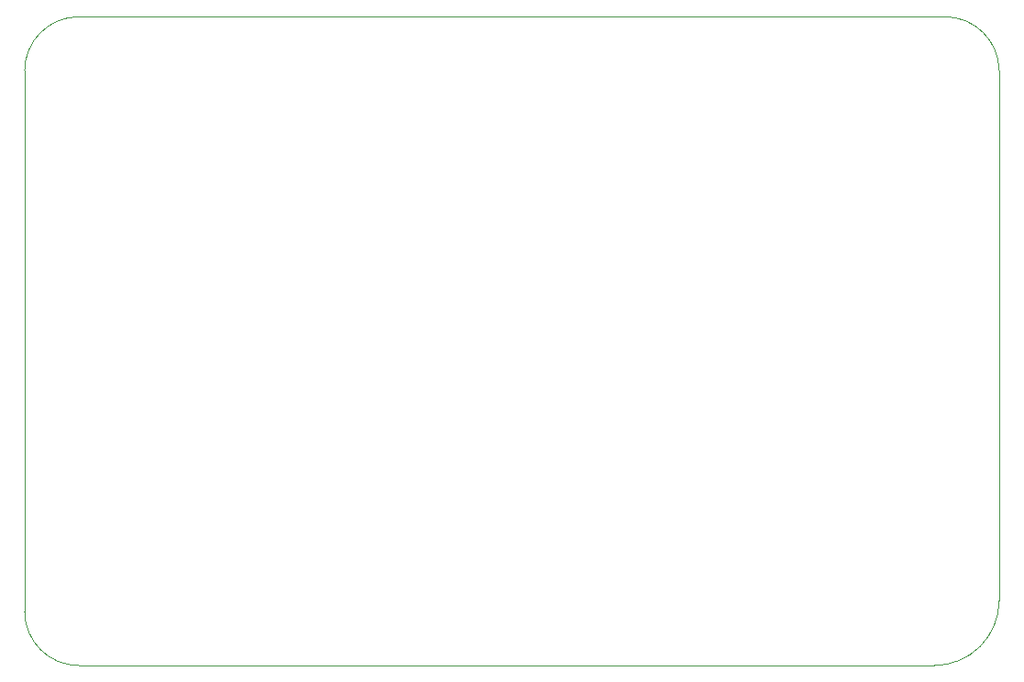
<source format=gbr>
G04 #@! TF.GenerationSoftware,KiCad,Pcbnew,5.1.4-e60b266~84~ubuntu18.04.1*
G04 #@! TF.CreationDate,2019-09-09T22:31:15+02:00*
G04 #@! TF.ProjectId,Frontend_test,46726f6e-7465-46e6-945f-746573742e6b,rev?*
G04 #@! TF.SameCoordinates,Original*
G04 #@! TF.FileFunction,Profile,NP*
%FSLAX46Y46*%
G04 Gerber Fmt 4.6, Leading zero omitted, Abs format (unit mm)*
G04 Created by KiCad (PCBNEW 5.1.4-e60b266~84~ubuntu18.04.1) date 2019-09-09 22:31:15*
%MOMM*%
%LPD*%
G04 APERTURE LIST*
%ADD10C,0.050000*%
G04 APERTURE END LIST*
D10*
X110000000Y-85000000D02*
X110000000Y-135000000D01*
X195000000Y-80000000D02*
X115000000Y-80000000D01*
X200000000Y-134000000D02*
X200000000Y-85000000D01*
X115000000Y-140000000D02*
X194000000Y-140000000D01*
X110000000Y-85000000D02*
G75*
G02X115000000Y-80000000I5000000J0D01*
G01*
X195000000Y-80000000D02*
G75*
G02X200000000Y-85000000I0J-5000000D01*
G01*
X200000000Y-134000000D02*
G75*
G02X194000000Y-140000000I-6000000J0D01*
G01*
X115000000Y-140000000D02*
G75*
G02X110000000Y-135000000I0J5000000D01*
G01*
M02*

</source>
